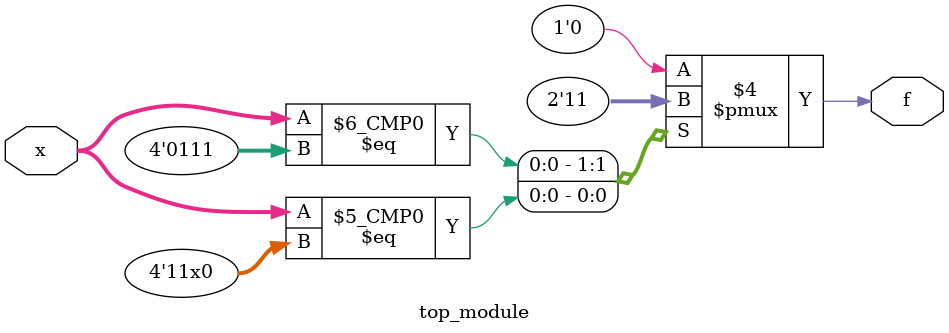
<source format=sv>
module top_module (
    input [4:1] x,
    output logic f
);

    always_comb begin
        case (x)
            4'b00x0: f = 1'b0;
            4'b00x1: f = 1'b0;
            4'b0101: f = 1'b0;
            4'b0111: f = 1'b1;
            4'b11x0: f = 1'b1;
            4'b1100: f = 1'b1;
            4'b1101: f = 1'b0;
            default: f = 1'b0;
        endcase
    end
endmodule

</source>
